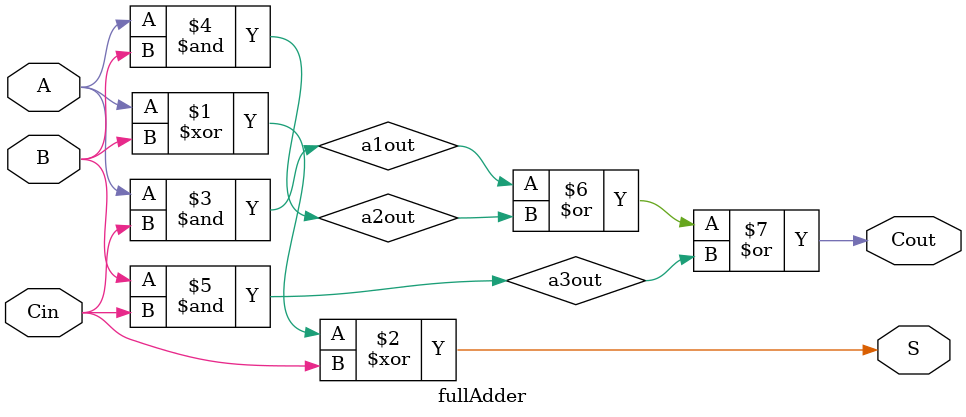
<source format=v>
module fullAdder 
(
input A,
input B,
input Cin,
output S,
output Cout
); 


wire a1out;
wire a2out;
wire a3out;
 

xor(S,A,B,Cin);
and(a1out,A,Cin);
and(a2out,A,B);
and(a3out,B,Cin);

or(Cout,a1out,a2out,a3out);

				  
endmodule
</source>
